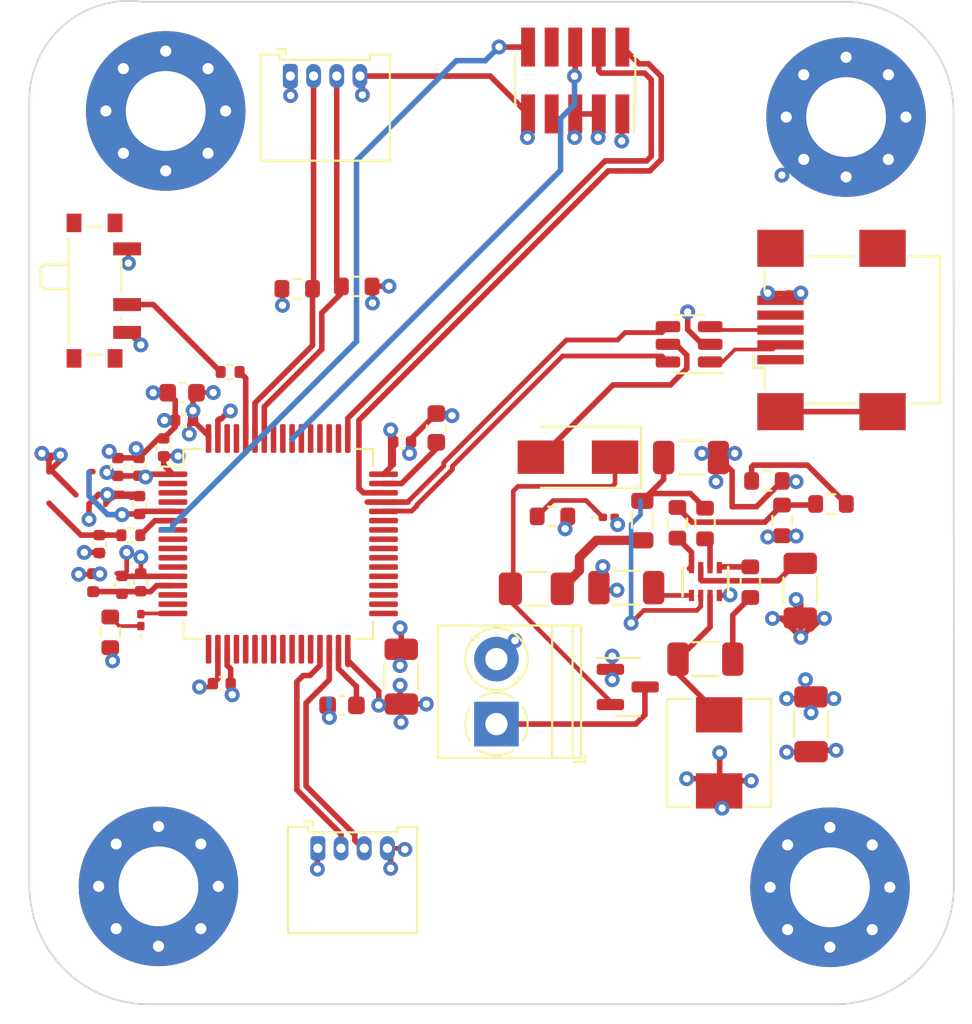
<source format=kicad_pcb>
(kicad_pcb (version 20211014) (generator pcbnew)
  (layers (0 "F.Cu" signal) (1 "In1.Cu" power) (2 "In2.Cu" power) (31 "B.Cu" signal) (34 "B.Paste" user) (35 "F.Paste" user) (36 "B.SilkS" user "B.Silkscreen") (37 "F.SilkS" user "F.Silkscreen") (38 "B.Mask" user) (39 "F.Mask" user) (44 "Edge.Cuts" user))
  (net 0 "")
  (net 1 "Net-(C1-Pad1)")
  (net 2 "GND")
  (net 3 "+3.3V")
  (net 4 "Net-(C3-Pad1)")
  (net 5 "BUCK_IN")
  (net 6 "Net-(C8-Pad1)")
  (net 7 "+3.3VA")
  (net 8 "Net-(FB1-Pad1)")
  (net 9 "HSE_IN")
  (net 10 "Net-(C15-Pad1)")
  (net 11 "Net-(C16-Pad1)")
  (net 12 "Net-(C17-Pad1)")
  (net 13 "BUCK_SW")
  (net 14 "Net-(D1-Pad1)")
  (net 15 "LED STATUS")
  (net 16 "Net-(D2-Pad1)")
  (net 17 "+5V")
  (net 18 "+12V")
  (net 19 "Net-(D3-Pad1)")
  (net 20 "USB_CONN_D-")
  (net 21 "USB_CONN_D+")
  (net 23 "unconnected-(J1-Pad6)")
  (net 24 "I2C1_SDA")
  (net 25 "I2C1_SCL")
  (net 26 "USART3_TX")
  (net 27 "USART3_RX")
  (net 28 "SWDIO")
  (net 29 "SWCLK")
  (net 30 "SW0")
  (net 33 "NRST")
  (net 34 "BUCK_EN")
  (net 35 "Net-(R5-Pad1)")
  (net 36 "B00T0")
  (net 37 "HSE_OUT")
  (net 38 "BUCK_BST")
  (net 39 "Net-(R10-Pad1)")
  (net 40 "Net-(R10-Pad2)")
  (net 41 "BUCK_FB")
  (net 72 "USB_D-")
  (net 73 "USB_D+")
  (footprint "Capacitor_SMD:C_0402_1005Metric" (layer "F.Cu") (at 119.17 88.14 180)
    (fp_text reference "C11" hide)
    (fp_text value "100n" hide)
  )
  (footprint "Capacitor_SMD:C_0402_1005Metric" (layer "F.Cu") (at 115.824 97 90)
    (fp_text reference "C12" hide)
    (fp_text value "1u" hide)
  )
  (footprint "Package_TO_SOT_SMD:SOT-23-6" (layer "F.Cu") (at 146.38 84.04 180)
    (fp_text reference "U3" hide)
    (fp_text value "USBLC6-2SC6" hide)
  )
  (footprint "LED_SMD:LED_0201_0603Metric" (layer "F.Cu") (at 116.84 98.897 90)
    (fp_text reference "D1" hide)
    (fp_text value "BLUE" hide)
  )
  (footprint "Diode_SMD:D_SMA" (layer "F.Cu") (at 140.39 90.12 180)
    (fp_text reference "D2" hide)
    (fp_text value "B140-E3" hide)
  )
  (footprint "Capacitor_SMD:C_0402_1005Metric" (layer "F.Cu") (at 114.6 94.8 -90)
    (fp_text reference "C16" hide)
    (fp_text value "12P" hide)
  )
  (footprint "Capacitor_SMD:C_1206_3216Metric" (layer "F.Cu") (at 147.26 101 180)
    (fp_text reference "C17" hide)
    (fp_text value "1uf" hide)
  )
  (footprint "Resistor_SMD:R_0603_1608Metric" (layer "F.Cu") (at 145.75 93.655 90)
    (fp_text reference "R12" hide)
    (fp_text value "20k" hide)
  )
  (footprint "Capacitor_SMD:C_1206_3216Metric" (layer "F.Cu") (at 152.37 97.315 -90)
    (fp_text reference "C15" hide)
    (fp_text value "6.9nf" hide)
  )
  (footprint "Capacitor_SMD:C_0402_1005Metric" (layer "F.Cu") (at 116.77 92.7 90)
    (fp_text reference "C14" hide)
    (fp_text value "12P" hide)
  )
  (footprint "Connector_USB:USB_Mini-B_Wuerth_65100516121_Horizontal" (layer "F.Cu") (at 153.905 83.27 90)
    (fp_text reference "J1" hide)
    (fp_text value "USB_B_Micro" hide)
  )
  (footprint "MountingHole:MountingHole_4.3mm_M4_Pad_Via" (layer "F.Cu") (at 154.84 71.8)
    (fp_text reference "H1" hide)
    (fp_text value "MountingHole_Pad" hide)
  )
  (footprint "Button_Switch_SMD:SW_SPDT_PCM12" (layer "F.Cu") (at 114.67 81.15 -90)
    (fp_text reference "SW1" hide)
    (fp_text value "SW_SPDT" hide)
  )
  (footprint "Connector_Molex:Molex_PicoBlade_53048-0410_1x04_P1.25mm_Horizontal" (layer "F.Cu") (at 126.375 111.19)
    (fp_text reference "J4" hide)
    (fp_text value "Conn_01x04" hide)
  )
  (footprint "footprints:SOT583_MP2331H" (layer "F.Cu") (at 147.26 96.82 90)
    (fp_text reference "U2" hide)
    (fp_text value "MP2331HGTL-Z" hide)
  )
  (footprint "Fuse:Fuse_1206_3216Metric" (layer "F.Cu") (at 138.15 97.21)
    (fp_text reference "F1" hide)
    (fp_text value "250ma" hide)
  )
  (footprint "Capacitor_SMD:C_1206_3216Metric" (layer "F.Cu") (at 142.995 97.15 180)
    (fp_text reference "C8" hide)
    (fp_text value "1nf" hide)
  )
  (footprint "Capacitor_SMD:C_0402_1005Metric" (layer "F.Cu") (at 121.2 102.32 180)
    (fp_text reference "C7" hide)
    (fp_text value "100n" hide)
  )
  (footprint "Capacitor_SMD:C_0402_1005Metric" (layer "F.Cu") (at 118.07 89.59 90)
    (fp_text reference "C4" hide)
    (fp_text value "100n" hide)
  )
  (footprint "Resistor_SMD:R_0402_1005Metric" (layer "F.Cu") (at 116.3 94.33 180)
    (fp_text reference "R7" hide)
    (fp_text value "47" hide)
  )
  (footprint "Resistor_SMD:R_0603_1608Metric" (layer "F.Cu") (at 150.575 91.4)
    (fp_text reference "R11" hide)
    (fp_text value "20k" hide)
  )
  (footprint "Inductor_SMD:L_0805_2012Metric" (layer "F.Cu") (at 143.86 93.5375 90)
    (fp_text reference "FB1" hide)
    (fp_text value "600@ 600MHZ" hide)
  )
  (footprint "MountingHole:MountingHole_4.3mm_M4_Pad_Via" (layer "F.Cu") (at 118.18 71.47)
    (fp_text reference "H4" hide)
    (fp_text value "MountingHole_Pad" hide)
  )
  (footprint "Resistor_SMD:R_0603_1608Metric" (layer "F.Cu") (at 125.265 81.05)
    (fp_text reference "R6" hide)
    (fp_text value "2K2" hide)
  )
  (footprint "Capacitor_SMD:C_1206_3216Metric" (layer "F.Cu") (at 130.87 101.945 90)
    (fp_text reference "C18" hide)
    (fp_text value "44u" hide)
  )
  (footprint "Inductor_SMD:L_Sunlord_MWSA05xxS" (layer "F.Cu") (at 148 106.05 -90)
    (fp_text reference "L2" hide)
    (fp_text value "10uh" hide)
  )
  (footprint "Capacitor_SMD:C_0402_1005Metric" (layer "F.Cu") (at 116.74 90.64 90)
    (fp_text reference "C6" hide)
    (fp_text value "100n" hide)
  )
  (footprint "Connector_Molex:Molex_PicoBlade_53048-0410_1x04_P1.25mm_Horizontal" (layer "F.Cu") (at 124.895 69.59)
    (fp_text reference "J3" hide)
    (fp_text value "Conn_01x04" hide)
  )
  (footprint "Capacitor_SMD:C_0603_1608Metric" (layer "F.Cu") (at 119.06 86.65 180)
    (fp_text reference "C2" hide)
    (fp_text value "4U7" hide)
  )
  (footprint "Resistor_SMD:R_0603_1608Metric" (layer "F.Cu") (at 147.24 93.695 90)
    (fp_text reference "R2" hide)
    (fp_text value "100k" hide)
  )
  (footprint "Capacitor_SMD:C_0603_1608Metric" (layer "F.Cu") (at 132.76 88.545 90)
    (fp_text reference "C3" hide)
    (fp_text value "2u2" hide)
  )
  (footprint "MountingHole:MountingHole_4.3mm_M4_Pad_Via" (layer "F.Cu") (at 153.97 113.29)
    (fp_text reference "H2" hide)
    (fp_text value "MountingHole_Pad" hide)
  )
  (footprint "Capacitor_SMD:C_0402_1005Metric" (layer "F.Cu") (at 116.83 96.86 90)
    (fp_text reference "C13" hide)
    (fp_text value "10n" hide)
  )
  (footprint "Capacitor_SMD:C_0603_1608Metric" (layer "F.Cu") (at 127.68 103.49 180)
    (fp_text reference "C1" hide)
    (fp_text value "2u2" hide)
  )
  (footprint "Resistor_SMD:R_0402_1005Metric" (layer "F.Cu") (at 121.65 85.53)
    (fp_text reference "R5" hide)
    (fp_text value "10k" hide)
  )
  (footprint "Capacitor_SMD:C_1206_3216Metric" (layer "F.Cu") (at 146.485 90.14)
    (fp_text reference "C5" hide)
    (fp_text value "10u" hide)
  )
  (footprint "Capacitor_SMD:C_0402_1005Metric" (layer "F.Cu") (at 130.92 89.3)
    (fp_text reference "C9" hide)
    (fp_text value "100n" hide)
  )
  (footprint "Package_TO_SOT_SMD:SOT-23" (layer "F.Cu") (at 143.0775 102.5)
    (fp_text reference "Q1" hide)
    (fp_text value "AO3401A" hide)
  )
  (footprint "Resistor_SMD:R_0603_1608Metric" (layer "F.Cu") (at 154.025 92.64)
    (fp_text reference "R10" hide)
    (fp_text value "40k" hide)
  )
  (footprint "Capacitor_SMD:C_1206_3216Metric" (layer "F.Cu") (at 152.95 104.51 90)
    (fp_text reference "C19" hide)
    (fp_text value "44u" hide)
  )
  (footprint "Resistor_SMD:R_0603_1608Metric" (layer "F.Cu") (at 139.02 93.31)
    (fp_text reference "R13" hide)
    (fp_text value "1K" hide)
  )
  (footprint "Package_QFP:LQFP-64_10x10mm_P0.5mm" (layer "F.Cu") (at 124.24 94.79)
    (fp_text reference "U1" hide)
    (fp_text value "STM32F405RGTx" hide)
  )
  (footprint "LED_SMD:LED_0201_0603Metric" (layer "F.Cu") (at 142.0525 93.36)
    (fp_text reference "D3" hide)
    (fp_text value "RED" hide)
  )
  (footprint "Resistor_SMD:R_0603_1608Metric" (layer "F.Cu") (at 151.385 93.525 90)
    (fp_text reference "R9" hide)
    (fp_text value "40k" hide)
  )
  (footprint "Inductor_SMD:L_0402_1005Metric" (layer "F.Cu") (at 114.27 96.88 -90)
    (fp_text reference "L1" hide)
    (fp_text value "39n" hide)
  )
  (footprint "Resistor_SMD:R_0603_1608Metric" (layer "F.Cu") (at 149.68 96.855 -90)
    (fp_text reference "R8" hide)
    (fp_text value "20" hide)
  )
  (footprint "Resistor_SMD:R_0603_1608Metric" (layer "F.Cu") (at 128.47 80.92 180)
    (fp_text reference "R4" hide)
    (fp_text value "2K2" hide)
  )
  (footprint "MountingHole:MountingHole_4.3mm_M4_Pad_Via" (layer "F.Cu") (at 117.79 113.24)
    (fp_text reference "H3" hide)
    (fp_text value "MountingHole_Pad" hide)
  )
  (footprint "TerminalBlock_Phoenix:TerminalBlock_Phoenix_PT-1,5-2-3.5-H_1x02_P3.50mm_Horizontal" (layer "F.Cu") (at 136 104.5 90)
    (fp_text reference "J2" hide)
    (fp_text value "Screw_Terminal_01x02" hide)
  )
  (footprint "Connector_PinSocket_1.27mm:PinSocket_2x05_P1.27mm_Vertical_SMD" (layer "F.Cu") (at 140.245 69.83 -90)
    (fp_text reference "J5" hide)
    (fp_text value "SWD" hide)
  )
  (footprint "Resistor_SMD:R_0603_1608Metric" (layer "F.Cu") (at 115.19 99.555 -90)
    (fp_text reference "R1" hide)
    (fp_text value "1K5" hide)
  )
  (footprint "Capacitor_SMD:C_0402_1005Metric" (layer "F.Cu") (at 115.6 90.65 90)
    (fp_text reference "C10" hide)
    (fp_text value "100n" hide)
  )
  (gr_arc (start 117.260085 119.590085) (mid 112.713328 117.706757) (end 110.83 113.16) (layer "Edge.Cuts") (width 0.1))
  (gr_line (start 118.26 65.589702) (end 154.84 65.589702) (layer "Edge.Cuts") (width 0.1))
  (gr_arc (start 160.650033 113.19) (mid 158.814286 117.676773) (end 154.36 119.59) (layer "Edge.Cuts") (width 0.1))
  (gr_line (start 118.26 65.589702) (end 116.9 65.589702) (layer "Edge.Cuts") (width 0.1))
  (gr_line (start 117.260085 119.590085) (end 118.340085 119.590085) (layer "Edge.Cuts") (width 0.1))
  (gr_line (start 154.36 119.59) (end 118.340085 119.590085) (layer "Edge.Cuts") (width 0.1))
  (gr_line (start 110.83 113.16) (end 110.829915 71) (layer "Edge.Cuts") (width 0.1))
  (gr_arc (start 154.84 65.589702) (mid 158.941314 67.36309) (end 160.63 71.5) (layer "Edge.Cuts") (width 0.1))
  (gr_arc (start 110.829915 71) (mid 112.623963 66.902516) (end 116.9 65.589702) (layer "Edge.Cuts") (width 0.1))
  (gr_line (start 160.63 71.5) (end 160.650033 113.19) (layer "Edge.Cuts") (width 0.1))
  (segment (start 128.455 103.49) (end 128.455 102.462106) (width 0.3) (layer "F.Cu") (net 1))
  (segment (start 128.455 102.462106) (end 128.432106 102.462106) (width 0.3) (layer "F.Cu") (net 1))
  (segment (start 128.432106 102.462106) (end 127.49 101.52) (width 0.3) (layer "F.Cu") (net 1))
  (segment (start 127.49 101.52) (end 127.49 100.465) (width 0.3) (layer "F.Cu") (net 1))
  (segment (start 115.6 90.17) (end 115.494923 90.17) (width 0.25) (layer "F.Cu") (net 2))
  (segment (start 115.316 101.092) (end 115.316 100.316) (width 0.3) (layer "F.Cu") (net 2))
  (segment (start 112.09 90.9) (end 113.338 92.148) (width 0.3) (layer "F.Cu") (net 2))
  (segment (start 152.4 98.044) (end 152.4 99.822) (width 0.3) (layer "F.Cu") (net 2))
  (segment (start 141.732 96.012) (end 141.732 96.938) (width 0.3) (layer "F.Cu") (net 2))
  (segment (start 111.89 90.3) (end 111.506 89.916) (width 0.3) (layer "F.Cu") (net 2))
  (segment (start 120.54 102.5) (end 120.72 102.32) (width 0.25) (layer "F.Cu") (net 2))
  (segment (start 140.245 71.63) (end 141.515 71.63) (width 0.3) (layer "F.Cu") (net 2))
  (segment (start 135.665 69.59) (end 137.705 71.63) (width 0.3) (layer "F.Cu") (net 2))
  (segment (start 121.598959 87.63) (end 121.666 87.63) (width 0.3) (layer "F.Cu") (net 2))
  (segment (start 131.002 111.19) (end 131.064 111.252) (width 0.25) (layer "F.Cu") (net 2))
  (segment (start 147.066 89.916) (end 147.736 89.916) (width 0.3) (layer "F.Cu") (net 2))
  (segment (start 112.5 90) (end 111.59 90) (width 0.25) (layer "F.Cu") (net 2))
  (segment (start 115 100.19) (end 115.19 100.38) (width 0.3) (layer "F.Cu") (net 2))
  (segment (start 118.69 88.49) (end 118.07 89.11) (width 0.3) (layer "F.Cu") (net 2))
  (segment (start 153.416 98.806) (end 152.4 99.822) (width 0.3) (layer "F.Cu") (net 2))
  (segment (start 155.305838 116.515) (end 156.250419 115.570419) (width 0.3) (layer "F.Cu") (net 2))
  (segment (start 121.065 88.065) (end 121.163959 88.065) (width 0.3) (layer "F.Cu") (net 2))
  (segment (start 130.81 100.53) (end 130.87 100.47) (width 0.3) (layer "F.Cu") (net 2))
  (segment (start 116.844162 68.245) (end 115.899581 69.189581) (width 0.3) (layer "F.Cu") (net 2))
  (segment (start 153.039 103.124) (end 152.95 103.035) (width 0.3) (layer "F.Cu") (net 2))
  (segment (start 152.4 98.82) (end 152.37 98.79) (width 0.3) (layer "F.Cu") (net 2))
  (segment (start 146.304 83.246107) (end 147.097893 84.04) (width 0.3) (layer "F.Cu") (net 2))
  (segment (start 153.97 110.065) (end 152.634162 110.065) (width 0.3) (layer "F.Cu") (net 2))
  (segment (start 114.955 72.805838) (end 115.899581 73.750419) (width 0.3) (layer "F.Cu") (net 2))
  (segment (start 152.146 97.79) (end 152.146 98.566) (width 0.3) (layer "F.Cu") (net 2))
  (segment (start 133.49 87.77) (end 133.604 87.884) (width 0.3) (layer "F.Cu") (net 2))
  (segment (start 141.652 97.282) (end 141.52 97.15) (width 0.25) (layer "F.Cu") (net 2))
  (segment (start 118.688 88.138) (end 118.69 88.14) (width 0.25) (layer "F.Cu") (net 2))
  (segment (start 115.389581 73.750419) (end 115.899581 73.750419) (width 0.3) (layer "F.Cu") (net 2))
  (segment (start 147.066 89.916) (end 148.844 89.916) (width 0.25) (layer "F.Cu") (net 2))
  (segment (start 147.828 90.272) (end 147.96 90.14) (width 0.25) (layer "F.Cu") (net 2))
  (segment (start 147.5175 84.04) (end 147.133249 84.04) (width 0.25) (layer "F.Cu") (net 2))
  (segment (start 115.494923 90.17) (end 115.133792 89.808869) (width 0.25) (layer "F.Cu") (net 2))
  (segment (start 115.54 96.38) (end 115.964 96.38) (width 0.25) (layer "F.Cu") (net 2))
  (segment (start 147.828 91.44) (end 147.828 90.272) (width 0.25) (layer "F.Cu") (net 2))
  (segment (start 115.029476 92.128261) (end 114.561739 92.128261) (width 0.3) (layer "F.Cu") (net 2))
  (segment (start 141.478 71.667) (end 141.515 71.63) (width 0.3) (layer "F.Cu") (net 2))
  (segment (start 142.494 97.282) (end 141.652 97.282) (width 0.25) (layer "F.Cu") (net 2))
  (segment (start 111.59 90) (end 111.506 89.916) (width 0.25) (layer "F.Cu") (net 2))
  (segment (start 140.208 71.667) (end 140.245 71.63) (width 0.3) (layer "F.Cu") (net 2))
  (segment (start 150.01 92.79) (end 151.4 91.4) (width 0.3) (layer "F.Cu") (net 2))
  (segment (start 142.24 101.65) (end 142.14 101.55) (width 0.3) (layer "F.Cu") (net 2))
  (segment (start 130.302 111.367) (end 130.125 111.19) (width 0.3) (layer "F.Cu") (net 2))
  (segment (start 139.7 93.98) (end 139.7 93.455) (width 0.3) (layer "F.Cu") (net 2))
  (segment (start 120.142 110.888) (end 117.79 113.24) (width 0.3) (layer "F.Cu") (net 2))
  (segment (start 118.11 88.138) (end 118.688 88.138) (width 0.25) (layer "F.Cu") (net 2))
  (segment (start 142.24 102.108) (end 142.24 101.65) (width 0.3) (layer "F.Cu") (net 2))
  (segment (start 114.046 92.644) (end 114.09 92.6) (width 0.3) (layer "F.Cu") (net 2))
  (segment (start 152.4 81.28) (end 151.695 81.28) (width 0.3) (layer "F.Cu") (net 2))
  (segment (start 118.69 87.055) (end 118.285 86.65) (width 0.3) (layer "F.Cu") (net 2))
  (segment (start 150.876 98.806) (end 152.354 98.806) (width 0.3) (layer "F.Cu") (net 2))
  (segment (start 120.99 88.14) (end 121.065 88.065) (width 0.3) (layer "F.Cu") (net 2))
  (segment (start 150.622 81.28) (end 150.915 81.28) (width 0.3) (layer "F.Cu") (net 2))
  (segment (start 141.52 97.15) (end 141.55 97.15) (width 0.3) (layer "F.Cu") (net 2))
  (segment (start 152.654 102.739) (end 152.95 103.035) (width 0.3) (layer "F.Cu") (net 2))
  (segment (start 114.6 95.28) (end 114.6 95.44) (width 0.3) (layer "F.Cu") (net 2))
  (segment (start 152.354 98.806) (end 152.37 98.79) (width 0.3) (layer "F.Cu") (net 2))
  (segment (start 146.304 82.296) (end 146.304 83.246106) (width 0.25) (layer "F.Cu") (net 2))
  (segment (start 153.67 98.806) (end 150.876 98.806) (width 0.3) (layer "F.Cu") (net 2))
  (segment (start 114.57 95.25) (end 114.6 95.28) (width 0.25) (layer "F.Cu") (net 2))
  (segment (start 148.844 89.916) (end 148.184 89.916) (width 0.3) (layer "F.Cu") (net 2))
  (segment (start 115.899581 70.525419) (end 114.955 71.47) (width 0.3) (layer "F.Cu") (net 2))
  (segment (start 152.634162 110.065) (end 151.689581 111.009581) (width 0.3) (layer "F.Cu") (net 2))
  (segment (start 128.778 70.612) (end 128.778 69.723) (width 0.3) (layer "F.Cu") (net 2))
  (segment (start 114.6 95.28) (end 114.790661 95.28) (width 0.3) (layer "F.Cu") (net 2))
  (segment (start 114.561739 92.128261) (end 114.09 92.6) (width 0.3) (layer "F.Cu") (net 2))
  (segment (start 118.18 68.245) (end 116.844162 68.245) (width 0.3) (layer "F.Cu") (net 2))
  (segment (start 131.4 89.834) (end 131.318 89.916) (width 0.3) (layer "F.Cu") (net 2))
  (segment (start 147.097893 84.04) (end 147.5175 84.04) (width 0.3) (layer "F.Cu") (net 2))
  (segment (start 151.384 74.93) (end 154.514 71.8) (width 0.25) (layer "F.Cu") (net 2))
  (segment (start 141.478 72.898) (end 141.478 71.667) (width 0.3) (layer "F.Cu") (net 2))
  (segment (start 148.59 97.536) (end 148.5567 97.5693) (width 0.3) (layer "F.Cu") (net 2))
  (segment (start 115.964 96.38) (end 116.078 96.266) (width 0.25) (layer "F.Cu") (net 2))
  (segment (start 148.184 89.916) (end 147.96 90.14) (width 0.3) (layer "F.Cu") (net 2))
  (segment (start 152.146 97.79) (end 152.4 98.044) (width 0.3) (layer "F.Cu") (net 2))
  (segment (start 116.586 89.662) (end 116.586 90.006) (width 0.25) (layer "F.Cu") (net 2))
  (segment (start 115.316 100.506) (end 115.19 100.38) (width 0.3) (layer "F.Cu") (net 2))
  (segment (start 142.24 101.45) (end 142.14 101.55) (width 0.3) (layer "F.Cu") (net 2))
  (segment (start 115.7 96.54) (end 118.565 96.54) (width 0.3) (layer "F.Cu") (net 2))
  (segment (start 116.844162 74.695) (end 115.899581 73.750419) (width 0.3) (layer "F.Cu") (net 2))
  (segment (start 147.133249 84.04) (end 146.304 83.210751) (width 0.25) (layer "F.Cu") (net 2))
  (segment (start 121.405 70.134162) (end 120.460419 69.189581) (width 0.3) (layer "F.Cu") (net 2))
  (segment (start 111.89 90.9) (end 111.89 90.3) (width 0.3) (layer "F.Cu") (net 2))
  (segment (start 151.689581 111.009581) (end 153.97 113.29) (width 0.3) (layer "F.Cu") (net 2))
  (segment (start 153.514 98.806) (end 153.67 98.806) (width 0.3) (layer "F.Cu") (net 2))
  (segment (start 116.078 96.266) (end 116.078 95.25) (width 0.25) (layer "F.Cu") (net 2))
  (segment (start 148.7 90.88) (end 147.96 90.14) (width 0.3) (layer "F.Cu") (net 2))
  (segment (start 118.18 74.695) (end 116.844162 74.695) (width 0.3) (layer "F.Cu") (net 2))
  (segment (start 146.304 83.246106) (end 146.844947 83.787053) (width 0.25) (layer "F.Cu") (net 2))
  (segment (start 137 100) (end 136 101) (width 0.3) (layer "F.Cu") (net 2))
  (segment (start 112.5 90) (end 112.5 90.29) (width 0.3) (layer "F.Cu") (net 2))
  (segment (start 153.67 98.806) (end 153.416 98.806) (width 0.3) (layer "F.Cu") (net 2))
  (segment (start 152.37 98.79) (end 152.95 99.37) (width 0.3) (layer "F.Cu") (net 2))
  (segment (start 116.84 96.37) (end 116.83 96.38) (width 0.25) (layer "F.Cu") (net 2))
  (segment (start 140.208 72.898) (end 140.208 71.667) (width 0.3) (layer "F.Cu") (net 2))
  (segment (start 118.69 88.14) (end 118.69 88.49) (width 0.3) (layer "F.Cu") (net 2))
  (segment (start 137.668 71.667) (end 137.705 71.63) (width 0.3) (layer "F.Cu") (net 2))
  (segment (start 152.146 91.44) (end 151.44 91.44) (width 0.25) (layer "F.Cu") (net 2))
  (segment (start 146.304 83.210751) (end 146.304 82.296) (width 0.25) (layer "F.Cu") (net 2))
  (segment (start 115.899581 69.189581) (end 115.899581 70.525419) (width 0.3) (layer "F.Cu") (net 2))
  (segment (start 118.18 74.695) (end 119.515838 74.695) (width 0.3) (layer "F.Cu") (net 2))
  (segment (start 112.5 90) (end 112.19 90) (width 0.3) (layer "F.Cu") (net 2))
  (segment (start 131.4 89.13) (end 132.76 87.77) (width 0.3) (layer "F.Cu") (net 2))
  (segment (start 152.654 102.108) (end 152.654 102.739) (width 0.3) (layer "F.Cu") (net 2))
  (segment (start 130.81 101.346) (end 130.81 100.53) (width 0.3) (layer "F.Cu") (net 2))
  (segment (start 151.695 81.28) (end 151.305 81.67) (width 0.3) (layer "F.Cu") (net 2))
  (segment (start 148.5567 97.5693) (end 148.010001 97.5693) (width 0.3) (layer "F.Cu") (net 2))
  (segment (start 131.4 89.3) (end 131.4 89.834) (width 0.3) (layer "F.Cu") (net 2))
  (segment (start 152.95 99.37) (end 153.514 98.806) (width 0.3) (layer "F.Cu") (net 2))
  (segment (start 152.4 99.822) (end 152.4 98.82) (width 0.3) (layer "F.Cu") (net 2))
  (segment (start 150.876 98.806) (end 151.384 98.806) (width 0.3) (layer "F.Cu") (net 2))
  (segment (start 115.121215 92.22) (end 115.029476 92.128261) (width 0.3) (layer "F.Cu") (net 2))
  (segment (start 121.405 71.47) (end 121.405 70.134162) (width 0.3) (layer "F.Cu") (net 2))
  (segment (start 112.5 90.29) (end 111.89 90.9) (width 0.3) (layer "F.Cu") (net 2))
  (segment (start 114.046 93.472) (end 114.046 92.644) (width 0.3) (layer "F.Cu") (net 2))
  (segment (start 116.74 90.16) (end 115.61 90.16) (width 0.3) (layer "F.Cu") (net 2))
  (segment (start 113.792 95.25) (end 114.57 95.25) (width 0.25) (layer "F.Cu") (net 2))
  (segment (start 130.81 99.314) (end 130.87 99.374) (width 0.3) (layer "F.Cu") (net 2))
  (segment (start 112.19 90) (end 111.89 90.3) (width 0.3) (layer "F.Cu") (net 2))
  (segment (start 116.84 95.504) (end 116.84 96.37) (width 0.25) (layer "F.Cu") (net 2))
  (segment (start 142.24 100.838) (end 142.24 101.45) (width 0.3) (layer "F.Cu") (net 2))
  (segment (start 146.304 82.296) (end 146.304 83.246107) (width 0.3) (layer "F.Cu") (net 2))
  (segment (start 118.07 89.11) (end 117.79 89.11) (width 0.3) (layer "F.Cu") (net 2))
  (segment (start 116.586 90.006) (end 116.74 90.16) (width 0.25) (layer "F.Cu") (net 2))
  (segment (start 115.61 90.16) (end 115.6 90.17) (width 0.3) (layer "F.Cu") (net 2))
  (segment (start 116.77 92.22) (end 115.121215 92.22) (width 0.3) (layer "F.Cu") (net 2))
  (segment (start 152.95 103.886) (end 152.95 103.035) (width 0.3) (layer "F.Cu") (net 2))
  (segment (start 152.861 103.124) (end 152.95 103.035) (width 0.3) (layer "F.Cu") (net 2))
  (segment (start 128.778 69.723) (end 128.645 69.59) (width 0.3) (layer "F.Cu") (net 2))
  (segment (start 119.515838 74.695) (end 120.460419 73.750419) (width 0.3) (layer "F.Cu") (net 2))
  (segment (start 131.4 89.3) (end 131.4 89.13) (width 0.3) (layer "F.Cu") (net 2))
  (segment (start 120.142 110.888) (end 120.070419 110.959581) (width 0.3) (layer "F.Cu") (net 2))
  (segment (start 118.285 86.65) (end 117.5 86.65) (width 0.3) (layer "F.Cu") (net 2))
  (segment (start 130.302 112.268) (end 130.302 111.367) (width 0.3) (layer "F.Cu") (net 2))
  (segment (start 126.905 103.49) (end 126.905 104.045) (width 0.3) (layer "F.Cu") (net 2))
  (segment (start 120.99 102.05) (end 120.99 100.465) (width 0.3) (layer "F.Cu") (net 2))
  (segment (start 148.7 92.79) (end 150.01 92.79) (width 0.3) (layer "F.Cu") (net 2))
  (segment (start 141.732 96.938) (end 141.52 97.15) (width 0.3) (layer "F.Cu") (net 2))
  (segment (start 150.622 81.28) (end 152.4 81.28) (width 0.25) (layer "F.Cu") (net 2))
  (segment (start 150.745 114.625838) (end 151.689581 115.570419) (width 0.3) (layer "F.Cu") (net 2))
  (segment (start 139.7 93.455) (end 139.845 93.31) (width 0.3) (layer "F.Cu") (net 2))
  (segment (start 130.125 111.19) (end 131.002 111.19) (width 0.25) (layer "F.Cu") (net 2))
  (segment (start 152.146 98.566) (end 152.37 98.79) (width 0.3) (layer "F.Cu") (net 2))
  (segment (start 153.97 116.515) (end 155.305838 116.515) (width 0.3) (layer "F.Cu") (net 2))
  (segment (start 121.163959 88.065) (end 121.598959 87.63) (width 0.3) (layer "F.Cu") (net 2))
  (segment (start 147.736 89.916) (end 147.96 90.14) (width 0.3) (layer "F.Cu") (net 2))
  (segment (start 137.668 72.898) (end 137.668 71.667) (width 0.3) (layer "F.Cu") (net 2))
  (segment (start 113.792 95.25) (end 114.76066 95.25) (width 0.3) (layer "F.Cu") (net 2))
  (segment (start 120.72 102.32) (end 120.99 102.05) (width 0.3) (layer "F.Cu") (net 2))
  (segment (start 150.915 81.28) (end 151.305 81.67) (width 0.3) (layer "F.Cu") (net 2))
  (segment (start 121.666 87.63) (end 121.412 87.63) (width 0.3) (layer "F.Cu") (net 2))
  (segment (start 120.99 89.115) (end 120.99 88.14) (width 0.3) (layer "F.Cu") (net 2))
  (segment (start 115.316 101.092) (end 115.316 100.506) (width 0.3) (layer "F.Cu") (net 2))
  (segment (start 151.638 103.124) (end 152.861 103.124) (width 0.3) (layer "F.Cu") (net 2))
  (segment (start 157.195 113.29) (end 157.195 114.625838) (width 0.3) (layer "F.Cu") (net 2))
  (segment (start 151.44 91.44) (end 151.4 91.4) (width 0.25) (layer "F.Cu") (net 2))
  (segment (start 116.1 83.4) (end 115.999999 83.500001) (width 0.3) (layer "F.Cu") (net 2))
  (segment (start 150.745 113.29) (end 150.745 114.625838) (width 0.3) (layer "F.Cu") (net 2))
  (segment (start 154.514 71.8) (end 154.84 71.8) (width 0.25) (layer "F.Cu") (net 2))
  (segment (start 118.69 88.14) (end 118.69 87.055) (width 0.3) (layer "F.Cu") (net 2))
  (segment (start 117.79 89.11) (end 116.74 90.16) (width 0.3) (layer "F.Cu") (net 2))
  (segment (start 116.166 83.4) (end 116.84 84.074) (width 0.25) (layer "F.Cu") (net 2))
  (segment (start 130.87 99.374) (end 130.87 100.47) (width 0.3) (layer "F.Cu") (net 2))
  (segment (start 126.905 104.045) (end 127 104.14) (width 0.3) (layer "F.Cu") (net 2))
  (segment (start 120 102.5) (end 120.54 102.5) (width 0.25) (layer "F.Cu") (net 2))
  (segment (start 151.384 98.806) (end 152.4 99.822) (width 0.3) (layer "F.Cu") (net 2))
  (segment (start 148.7 92.79) (end 148.7 90.88) (width 0.3) (layer "F.Cu") (net 2))
  (segment (start 128.645 69.59) (end 135.665 69.59) (width 0.3) (layer "F.Cu") (net 2))
  (segment (start 111.89 90.9) (end 112.09 90.9) (width 0.3) (layer "F.Cu") (net 2))
  (segment (start 114.955 71.47) (end 114.955 72.805838) (width 0.3) (layer "F.Cu") (net 2))
  (segment (start 154.178 103.124) (end 153.039 103.124) (width 0.3) (layer "F.Cu") (net 2))
  (segment (start 132.76 87.77) (end 133.49 87.77) (width 0.3) (layer "F.Cu") (net 2))
  (segment (start 116.1 83.4) (end 116.166 83.4) (width 0.25) (layer "F.Cu") (net 2))
  (segment (start 157.195 114.625838) (end 156.250419 115.570419) (width 0.3) (layer "F.Cu") (net 2))
  (via (at 137.668 72.898) (size 0.8) (drill 0.4) (layers "F.Cu" "B.Cu") (net 2))
  (via (at 148.844 89.916) (size 0.8) (drill 0.4) (layers "F.Cu" "B.Cu") (net 2))
  (via (at 148.59 97.536) (size 0.8) (drill 0.4) (layers "F.Cu" "B.Cu") (net 2))
  (via (at 133.604 87.884) (size 0.8) (drill 0.4) (layers "F.Cu" "B.Cu") (net 2))
  (via (at 131.318 89.916) (size 0.8) (drill 0.4) (layers "F.Cu" "B.Cu") (net 2))
  (via (at 141.478 72.898) (size 0.8) (drill 0.4) (layers "F.Cu" "B.Cu") (net 2))
  (via (at 131.064 111.252) (size 0.8) (drill 0.4) (layers "F.Cu" "B.Cu") (net 2))
  (via (at 152.4 81.28) (size 0.8) (drill 0.4) (layers "F.Cu" "B.Cu") (net 2))
  (via (at 150.622 81.28) (size 0.8) (drill 0.4) (layers "F.Cu" "B.Cu") (net 2))
  (via (at 139.7 93.98) (size 0.8) (drill 0.4) (layers "F.Cu" "B.Cu") (net 2))
  (via (at 116.586 89.662) (size 0.8) (drill 0.4) (layers "F.Cu" "B.Cu") (net 2))
  (via (at 115.316 101.092) (size 0.8) (drill 0.4) (layers "F.Cu" "B.Cu") (net 2))
  (via (at 118.11 88.138) (size 0.8) (drill 0.4) (layers "F.Cu" "B.Cu") (net 2))
  (via (at 117.5 86.65) (size 0.8) (drill 0.4) (layers "F.Cu" "B.Cu") (net 2))
  (via (at 154.178 103.124) (size 0.8) (drill 0.4) (layers "F.Cu" "B.Cu") (net 2))
  (via (at 146.304 82.296) (size 0.8) (drill 0.4) (layers "F.Cu" "B.Cu") (net 2))
  (via (at 147.066 89.916) (size 0.8) (drill 0.4) (layers "F.Cu" "B.Cu") (net 2))
  (via (at 127 104.14) (size 0.8) (drill 0.4) (layers "F.Cu" "B.Cu") (net 2))
  (via (at 151.384 74.93) (size 0.8) (drill 0.4) (layers "F.Cu" "B.Cu") (net 2))
  (via (at 130.302 112.268) (size 0.8) (drill 0.4) (layers "F.Cu" "B.Cu") (net 2))
  (via (at 116.84 84.074) (size 0.8) (drill 0.4) (layers "F.Cu" "B.Cu") (net 2))
  (via (at 130.81 101.346) (size 0.8) (drill 0.4) (layers "F.Cu" "B.Cu") (net 2))
  (via (at 142.24 102.108) (size 0.8) (drill 0.4) (layers "F.Cu" "B.Cu") (net 2))
  (via (at 115.029476 92.128261) (size 0.8) (drill 0.4) (layers "F.Cu" "B.Cu") (net 2))
  (via (at 130.81 99.314) (size 0.8) (drill 0.4) (layers "F.Cu" "B.Cu") (net 2))
  (via (at 150.876 98.806) (size 0.8) (drill 0.4) (layers "F.Cu" "B.Cu") (net 2))
  (via (at 112.5 90) (size 0.8) (drill 0.4) (layers "F.Cu" "B.Cu") (net 2))
  (via (at 137 100) (size 0.8) (drill 0.4) (layers "F.Cu" "B.Cu") (net 2))
  (via (at 121.666 87.63) (size 0.8) (drill 0.4) (layers "F.Cu" "B.Cu") (net 2))
  (via (at 141.732 96.012) (size 0.8) (drill 0.4) (layers "F.Cu" "B.Cu") (net 2))
  (via (at 151.638 103.124) (size 0.8) (drill 0.4) (layers "F.Cu" "B.Cu") (net 2))
  (via (at 152.95 103.886) (size 0.8) (drill 0.4) (layers "F.Cu" "B.Cu") (net 2))
  (via (at 152.4 99.822) (size 0.8) (drill 0.4) (layers "F.Cu" "B.Cu") (net 2))
  (via (at 152.654 102.108) (size 0.8) (drill 0.4) (layers "F.Cu" "B.Cu") (net 2))
  (via (at 153.67 98.806) (size 0.8) (drill 0.4) (layers "F.Cu" "B.Cu") (net 2))
  (via (at 147.828 91.44) (size 0.8) (drill 0.4) (layers "F.Cu" "B.Cu") (net 2))
  (via (at 140.208 72.898) (size 0.8) (drill 0.4) (layers "F.Cu" "B.Cu") (net 2))
  (via (at 111.506 89.916) (size 0.8) (drill 0.4) (layers "F.Cu" "B.Cu") (net 2))
  (via (at 120 102.5) (size 0.8) (drill 0.4) (layers "F.Cu" "B.Cu") (net 2))
  (via (at 152.146 91.44) (size 0.8) (drill 0.4) (layers "F.Cu" "B.Cu") (net 2))
  (via (at 114.046 93.472) (size 0.8) (drill 0.4) (layers "F.Cu" "B.Cu") (net 2))
  (via (at 152.146 97.79) (size 0.8) (drill 0.4) (layers "F.Cu" "B.Cu") (net 2))
  (via (at 113.792 95.25) (size 0.8) (drill 0.4) (layers "F.Cu" "B.Cu") (net 2))
  (via (at 116.078 95.25) (size 0.8) (drill 0.4) (layers "F.Cu" "B.Cu") (net 2))
  (via (at 115.133792 89.808869) (size 0.8) (drill 0.4) (layers "F.Cu" "B.Cu") (net 2))
  (via (at 116.84 95.504) (size 0.8) (drill 0.4) (layers "F.Cu" "B.Cu") (net 2))
  (via (at 128.778 70.612) (size 0.8) (drill 0.4) (layers "F.Cu" "B.Cu") (net 2))
  (via (at 142.24 100.838) (size 0.8) (drill 0.4) (layers "F.Cu" "B.Cu") (net 2))
  (via (at 142.494 97.282) (size 0.8) (drill 0.4) (layers "F.Cu" "B.Cu") (net 2))
  (segment (start 126.98 103.15) (end 126.98 103.58) (width 0.3) (layer "B.Cu") (net 2))
  (segment (start 130.44 88.784) (end 130.44 89.3) (width 0.3) (layer "F.Cu") (net 3))
  (segment (start 149.73 107.55) (end 148.07 107.55) (width 0.3) (layer "F.Cu") (net 3))
  (segment (start 130.302 90.653) (end 129.915 91.04) (width 0.3) (layer "F.Cu") (net 3))
  (segment (start 118.565 91.04) (end 116.82 91.04) (width 0.3) (layer "F.Cu") (net 3))
  (segment (start 151.315 94.42) (end 151.385 94.35) (width 0.25) (layer "F.Cu") (net 3))
  (segment (start 124.91 70.64) (end 124.91 69.605) (width 0.3) (layer "F.Cu") (net 3))
  (segment (start 130.44 90.515) (end 129.915 91.04) (width 0.3) (layer "F.Cu") (net 3))
  (segment (start 130.87 103.42) (end 130.12 103.42) (width 0.3) (layer "F.Cu") (net 3))
  (segment (start 119.845 86.64) (end 119.835 86.65) (width 0.25) (layer "F.Cu") (net 3))
  (segment (start 119.65 87.614) (end 119.65 88.14) (width 0.25) (layer "F.Cu") (net 3))
  (segment (start 130.21 80.91) (end 129.305 80.91) (width 0.3) (layer "F.Cu") (net 3))
  (segment (start 130.86 104.4) (end 130.86 103.43) (width 0.25) (layer "F.Cu") (net 3))
  (segment (start 130.302 88.646) (end 130.44 88.784) (width 0.3) (layer "F.Cu") (net 3))
  (segment (start 114.285 96.41) (end 114.27 96.395) (width 0.25) (layer "F.Cu") (net 3))
  (segment (start 129.66 102.736) (end 129.66 103.48) (width 0.3) (layer "F.Cu") (net 3))
  (segment (start 130.302 88.646) (end 130.302 90.653) (width 0.3) (layer "F.Cu") (net 3))
  (segment (start 115.008226 90.943692) (end 115.194534 91.13) (width 0.3) (layer "F.Cu") (net 3))
  (segment (start 153.025 105.91) (end 152.95 105.985) (width 0.3) (layer "F.Cu") (net 3))
  (segment (start 116.806 91.186) (end 116.74 91.12) (width 0.3) (layer "F.Cu") (net 3))
  (segment (start 130.81 102.41) (end 130.81 103.36) (width 0.3) (layer "F.Cu") (net 3))
  (segment (start 115.6 91.13) (end 116.73 91.13) (width 0.3) (layer "F.Cu") (net 3))
  (segment (start 142.75 71.665) (end 142.785 71.63) (width 0.3) (layer "F.Cu") (net 3))
  (segment (start 154.3 105.91) (end 153.025 105.91) (width 0.3) (layer "F.Cu") (net 3))
  (segment (start 148.03 106.05) (end 148.03 107.59) (width 0.3) (layer "F.Cu") (net 3))
  (segment (start 152.925 106.01) (end 152.95 105.985) (width 0.3) (layer "F.Cu") (net 3))
  (segment (start 118.07 90.07) (end 118.07 90.545) (width 0.3) (layer "F.Cu") (net 3))
  (segment (start 119.45 88.34) (end 119.65 88.14) (width 0.25) (layer "F.Cu") (net 3))
  (segment (start 127.99 101.29) (end 127.99 100.465) (width 0.3) (layer "F.Cu") (net 3))
  (segment (start 148.16 109.03) (end 148.16 107.76) (width 0.3) (layer "F.Cu") (net 3))
  (segment (start 117.094 91.186) (end 116.806 91.186) (width 0.3) (layer "F.Cu") (net 3))
  (segment (start 124.47 81.08) (end 124.44 81.05) (width 0.3) (layer "F.Cu") (net 3))
  (segment (start 148.16 107.76) (end 148.01 107.61) (width 0.3) (layer "F.Cu") (net 3))
  (segment (start 152.146 94.37) (end 151.405 94.37) (width 0.3) (layer "F.Cu") (net 3))
  (segment (start 152.146 94.37) (end 150.672 94.37) (width 0.25) (layer "F.Cu") (net 3))
  (segment (start 130.81 103.48) (end 130.87 103.42) (width 0.25) (layer "F.Cu") (net 3))
  (segment (start 150.672 94.37) (end 150.622 94.42) (width 0.25) (layer "F.Cu") (net 3))
  (segment (start 119.65 88.14) (end 119.65 86.835) (width 0.3) (layer "F.Cu") (net 3))
  (segment (start 116.73 91.13) (end 116.74 91.12) (width 0.3) (layer "F.Cu") (net 3))
  (segment (start 120.74 86.64) (end 119.845 86.64) (width 0.25) (layer "F.Cu") (net 3))
  (segment (start 146.25 107.44) (end 147.84 107.44) (width 0.3) (layer "F.Cu") (net 3))
  (segment (start 120.49 89.115) (end 120.49 88.98) (width 0.3) (layer "F.Cu") (net 3))
  (segment (start 121.49 101.341041) (end 121.49 100.465) (width 0.3) (layer "F.Cu") (net 3))
  (segment (start 114.235 96.43) (end 114.27 96.395) (width 0.25) (layer "F.Cu") (net 3))
  (segment (start 119.65 86.835) (end 119.835 86.65) (width 0.3) (layer "F.Cu") (net 3))
  (segment (start 118.85 90.06) (end 118.08 90.06) (width 0.25) (layer "F.Cu") (net 3))
  (segment (start 118.07 90.545) (end 118.565 91.04) (width 0.3) (layer "F.Cu") (net 3))
  (segment (start 142.5315 93.519) (end 142.3725 93.36) (width 0.25) (layer "F.Cu") (net 3))
  (segment (start 148.07 107.55) (end 148.01 107.61) (width 0.3) (layer "F.Cu") (net 3))
  (segment (start 121.68 102.32) (end 121.68 102.84) (width 0.3) (layer "F.Cu") (net 3))
  (segment (start 130.86 103.43) (end 130.87 103.42) (width 0.25) (layer "F.Cu") (net 3))
  (segment (start 116.17 78.97) (end 116.1 78.9) (width 0.25) (layer "F.Cu") (net 3))
  (segment (start 121.68 102.32) (end 121.68 101.531041) (width 0.3) (layer "F.Cu") (net 3))
  (segment (start 130.81 103.36) (end 130.87 103.42) (width 0.3) (layer "F.Cu") (net 3))
  (segment (start 142.75 73.09) (end 142.75 71.665) (width 0.3) (layer "F.Cu") (net 3))
  (segment (start 121.68 102.84) (end 121.76 102.92) (width 0.3) (layer "F.Cu") (net 3))
  (segment (start 127.99 101.066) (end 129.66 102.736) (width 0.3) (layer "F.Cu") (net 3))
  (segment (start 130.44 89.3) (end 130.44 90.515) (width 0.3) (layer "F.Cu") (net 3))
  (segment (start 129.305 80.91) (end 129.295 80.92) (width 0.3) (layer "F.Cu") (net 3))
  (segment (start 151.64 106.01) (end 152.925 106.01) (width 0.3) (layer "F.Cu") (net 3))
  (segment (start 115.194534 91.13) (end 115.6 91.13) (width 0.3) (layer "F.Cu") (net 3))
  (segment (start 142.785 72.325) (end 142.785 71.63) (width 0.3) (layer "F.Cu") (net 3))
  (segment (start 150.622 94.42) (end 151.315 94.42) (width 0.25) (layer "F.Cu") (net 3))
  (segment (start 129.32 81.82) (end 129.32 80.945) (width 0.3) (layer "F.Cu") (net 3))
  (segment (start 121.68 101.531041) (end 121.49 101.341041) (width 0.3) (layer "F.Cu") (net 3))
  (segment (start 126.35 112.31) (end 126.35 111.215) (width 0.3) (layer "F.Cu") (net 3))
  (segment (start 114.6305 96.41) (end 114.285 96.41) (width 0.25) (layer "F.Cu") (net 3))
  (segment (start 127.99 100.465) (end 127.99 101.066) (width 0.3) (layer "F.Cu") (net 3))
  (segment (start 129.66 103.48) (end 130.81 103.48) (width 0.25) (layer "F.Cu") (net 3))
  (segment (start 126.35 111.215) (end 126.375 111.19) (width 0.3) (layer "F.Cu") (net 3))
  (segment (start 116.82 91.04) (end 116.74 91.12) (width 0.3) (layer "F.Cu") (net 3))
  (segment (start 148.03 107.59) (end 148.01 107.61) (width 0.3) (layer "F.Cu") (net 3))
  (segment (start 129.32 80.945) (end 129.295 80.92) (width 0.3) (layer "F.Cu") (net 3))
  (segment (start 119.45 88.87) (end 119.45 88.34) (width 0.25) (layer "F.Cu") (net 3))
  (segment (start 116.17 79.67) (end 116.17 78.97) (width 0.25) (layer "F.Cu") (net 3))
  (segment (start 120.49 88.98) (end 119.65 88.14) (width 0.3) (layer "F.Cu") (net 3))
  (segment (start 132.22 103.42) (end 130.87 103.42) (width 0.3) (layer "F.Cu") (net 3))
  (segment (start 118.07 90.07) (end 118.112965 90.07) (width 0.3) (layer "F.Cu") (net 3))
  (segment (start 147.84 107.44) (end 148.01 107.61) (width 0.3) (layer "F.Cu") (net 3))
  (segment (start 116.71 91.09) (end 116.74 91.12) (width 0.3) (layer "F.Cu") (net 3))
  (segment (start 116.74 91.12) (end 116.842965 91.12) (width 0.3) (layer "F.Cu") (net 3))
  (segment (start 113.49 96.43) (end 114.235 96.43) (width 0.25) (layer "F.Cu") (net 3))
  (segment (start 151.405 94.37) (end 151.385 94.35) (width 0.3) (layer "F.Cu") (net 3))
  (segment (start 142.5315 93.7505) (end 142.5315 93.519) (width 0.25) (layer "F.Cu") (net 3))
  (segment (start 124.47 81.94) (end 124.47 81.08) (width 0.3) (layer "F.Cu") (net 3))
  (segment (start 124.91 69.605) (end 124.895 69.59) (width 0.3) (layer "F.Cu") (net 3))
  (segment (start 118.08 90.06) (end 118.07 90.07) (width 0.25) (layer "F.Cu") (net 3))
  (via (at 124.91 70.64) (size 0.8) (drill 0.4) (layers "F.Cu" "B.Cu") (net 3))
  (via (at 121.76 102.92) (size 0.8) (drill 0.4) (layers "F.Cu" "B.Cu") (net 3))
  (via (at 119.65 87.614) (size 0.8) (drill 0.4) (layers "F.Cu" "B.Cu") (net 3))
  (via (at 117.094 91.186) (size 0.8) (drill 0.4) (layers "F.Cu" "B.Cu") (net 3))
  (via (at 130.86 104.4) (size 0.8) (drill 0.4) (layers "F.Cu" "B.Cu") (net 3))
  (via (at 120.74 86.64) (size 0.8) (drill 0.4) (layers "F.Cu" "B.Cu") (net 3))
  (via (at 142.75 73.09) (size 0.8) (drill 0.4) (layers "F.Cu" "B.Cu") (net 3))
  (via (at 126.35 112.31) (size 0.8) (drill 0.4) (layers "F.Cu" "B.Cu") (net 3))
  (via (at 132.22 103.42) (size 0.8) (drill 0.4) (layers "F.Cu" "B.Cu") (net 3))
  (via (at 130.302 88.646) (size 0.8) (drill 0.4) (layers "F.Cu" "B.Cu") (net 3))
  (via (at 142.5315 93.7505) (size 0.8) (drill 0.4) (layers "F.Cu" "B.Cu") (net 3))
  (via (at 130.21 80.91) (size 0.8) (drill 0.4) (layers "F.Cu" "B.Cu") (net 3))
  (via (at 129.66 103.48) (size 0.8) (drill 0.4) (layers "F.Cu" "B.Cu") (net 3))
  (via (at 151.64 106.01) (size 0.8) (drill 0.4) (layers "F.Cu" "B.Cu") (net 3))
  (via (at 113.49 96.43) (size 0.8) (drill 0.4) (layers "F.Cu" "B.Cu") (net 3))
  (via (at 149.73 107.55) (size 0.8) (drill 0.4) (layers "F.Cu" "B.Cu") (net 3))
  (via (at 129.32 81.82) (size 0.8) (drill 0.4) (layers "F.Cu" "B.Cu") (net 3))
  (via (at 154.3 105.91) (size 0.8) (drill 0.4) (layers "F.Cu" "B.Cu") (net 3))
  (via (at 114.6305 96.41) (size 0.8) (drill 0.4) (layers "F.Cu" "B.Cu") (net 3))
  (via (at 121.76 102.92) (size 0.8) (drill 0.4) (layers "F.Cu" "B.Cu") (net 3))
  (via (at 146.25 107.44) (size 0.8) (drill 0.4) (layers "F.Cu" "B.Cu") (net 3))
  (via (at 124.47 81.94) (size 0.8) (drill 0.4) (layers "F.Cu" "B.Cu") (net 3))
  (via (at 115.008226 90.943692) (size 0.8) (drill 0.4) (layers "F.Cu" "B.Cu") (net 3))
  (via (at 148.03 106.05) (size 0.8) (drill 0.4) (layers "F.Cu" "B.Cu") (net 3))
  (via (at 130.81 102.41) (size 0.8) (drill 0.4) (layers "F.Cu" "B.Cu") (net 3))
  (via (at 119.45 88.87) (size 0.8) (drill 0.4) (layers "F.Cu" "B.Cu") (net 3))
  (via (at 118.85 90.06) (size 0.8) (drill 0.4) (layers "F.Cu" "B.Cu") (net 3))
  (via (at 148.16 109.03) (size 0.8) (drill 0.4) (layers "F.Cu" "B.Cu") (net 3))
  (via (at 152.146 94.37) (size 0.8) (drill 0.4) (layers "F.Cu" "B.Cu") (net 3))
  (via (at 150.622 94.42) (size 0.8) (drill 0.4) (layers "F.Cu" "B.Cu") (net 3))
  (via (at 116.17 79.67) (size 0.8) (drill 0.4) (layers "F.Cu" "B.Cu") (net 3))
  (segment (start 130.89 91.54) (end 129.915 91.54) (width 0.3) (layer "F.Cu") (net 4))
  (segment (start 132.76 89.67) (end 130.89 91.54) (width 0.3) (layer "F.Cu") (net 4))
  (segment (start 132.76 89.32) (end 132.76 89.67) (width 0.3) (layer "F.Cu") (net 4))
  (segment (start 147.01 97.5693) (end 146.974699 97.604601) (width 0.25) (layer "F.Cu") (net 5))
  (segment (start 145.01 90.14) (end 145.01 91.325) (width 0.3) (layer "F.Cu") (net 5))
  (segment (start 147.24 92.87) (end 146.45 92.08) (width 0.3) (layer "F.Cu") (net 5))
  (segment (start 145.01 91.325) (end 143.86 92.475) (width 0.3) (layer "F.Cu") (net 5))
  (segment (start 147.01 98.163799) (end 146.798799 98.375) (width 0.25) (layer "F.Cu") (net 5))
  (segment (start 144.255 92.08) (end 143.86 92.475) (width 0.3) (layer "F.Cu") (net 5))
  (segment (start 146.798799 98.375) (end 143.941 98.375) (width 0.25) (layer "F.Cu") (net 5))
  (segment (start 143.941 98.375) (end 143.256 99.06) (width 0.25) (layer "F.Cu") (net 5))
  (segment (start 146.45 92.08) (end 144.255 92.08) (width 0.3) (layer "F.Cu") (net 5))
  (segment (start 147.01 97.5693) (end 147.01 98.163799) (width 0.25) (layer "F.Cu") (net 5))
  (via (at 143.256 99.06) (size 0.8) (drill 0.4) (layers "F.Cu" "B.Cu") (net 5))
  (segment (start 143.256 99.06) (end 143.256 93.736485) (width 0.25) (layer "B.Cu") (net 5))
  (segment (start 143.256 93.736485) (end 143.764 93.228485) (width 0.25) (layer "B.Cu") (net 5))
  (segment (start 143.764 93.228485) (end 143.764 92.456) (width 0.25) (layer "B.Cu") (net 5))
  (segment (start 146.509999 97.5693) (end 144.8893 97.5693) (width 0.25) (layer "F.Cu") (net 6))
  (segment (start 144.8893 97.5693) (end 144.47 97.15) (width 0.25) (layer "F.Cu") (net 6))
  (segment (start 114.27 97.365) (end 117.363959 97.365) (width 0.3) (layer "F.Cu") (net 7))
  (segment (start 117.363959 97.365) (end 117.688959 97.04) (width 0.3) (layer "F.Cu") (net 7))
  (segment (start 117.688959 97.04) (end 118.565 97.04) (width 0.3) (layer "F.Cu") (net 7))
  (segment (start 141.39 94.6) (end 143.86 94.6) (width 0.5) (layer "F.Cu") (net 8))
  (segment (start 140.47 96.235051) (end 140.47 95.52) (width 0.5) (layer "F.Cu") (net 8))
  (segment (start 140.47 95.52) (end 141.39 94.6) (width 0.5) (layer "F.Cu") (net 8))
  (segment (start 139.55 97.155051) (end 140.47 96.235051) (width 0.5) (layer "F.Cu") (net 8))
  (segment (start 139.55 97.21) (end 139.55 97.155051) (width 0.5) (layer "F.Cu") (net 8))
  (segment (start 114.09 90.9) (end 114.26 90.9) (width 0.3) (layer "F.Cu") (net 9))
  (segment (start 116.77 93.18) (end 115.862 93.18) (width 0.3) (layer "F.Cu") (net 9))
  (segment (start 116.91 93.04) (end 116.77 93.18) (width 0.3) (layer "F.Cu") (net 9))
  (segment (start 115.862 93.18) (end 115.824 93.218) (width 0.3) (layer "F.Cu") (net 9))
  (segment (start 118.565 93.04) (end 116.91 93.04) (width 0.3) (layer "F.Cu") (net 9))
  (via (at 115.824 93.218) (size 0.8) (drill 0.4) (layers "F.Cu" "B.Cu") (net 9))
  (segment (start 115.058554 93.218) (end 114.046 92.205446) (width 0.3) (layer "B.Cu") (net 9))
  (segment (start 114.046 92.205446) (end 114.046 90.932) (width 0.3) (layer "B.Cu") (net 9))
  (segment (start 115.824 93.218) (end 115.058554 93.218) (width 0.3) (layer "B.Cu") (net 9))
  (segment (start 152.15 95.75) (end 152.28 95.62) (width 0.3) (layer "F.Cu") (net 10))
  (segment (start 152.15 95.81) (end 152.15 95.75) (width 0.3) (layer "F.Cu") (net 10))
  (segment (start 147.01 96.7152) (end 147.0748 96.78) (width 0.3) (layer "F.Cu") (net 10))
  (segment (start 151.18 96.78) (end 152.15 95.81) (width 0.3) (layer "F.Cu") (net 10))
  (segment (start 147.0748 96.78) (end 151.18 96.78) (width 0.3) (layer "F.Cu") (net 10))
  (segment (start 147.01 96.0707) (end 147.01 96.7152) (width 0.3) (layer "F.Cu") (net 10))
  (segment (start 113.61 94.32) (end 115.08 94.32) (width 0.3) (layer "F.Cu") (net 11))
  (segment (start 115.08 94.32) (end 115.78 94.32) (width 0.3) (layer "F.Cu") (net 11))
  (segment (start 111.89 92.6) (end 113.61 94.32) (width 0.3) (layer "F.Cu") (net 11))
  (segment (start 115.78 94.32) (end 115.79 94.33) (width 0.3) (layer "F.Cu") (net 11))
  (segment (start 114.6 94.32) (end 115.08 94.32) (width 0.3) (layer "F.Cu") (net 11))
  (segment (start 149.68 97.68) (end 148.735 98.625) (width 0.3) (layer "F.Cu") (net 12))
  (segment (start 148.735 98.625) (end 148.735 101) (width 0.3) (layer "F.Cu") (net 12))
  (segment (start 145.785 101.785) (end 145.785 101) (width 0.3) (layer "F.Cu") (net 13))
  (segment (start 148.01 103.51) (end 147.28 103.51) (width 0.3) (layer "F.Cu") (net 13))
  (segment (start 148 104) (end 145.785 101.785) (width 0.3) (layer "F.Cu") (net 13))
  (segment (start 147.51 97.5693) (end 147.51 99.275) (width 0.3) (layer "F.Cu") (net 13))
  (segment (start 147.51 99.275) (end 145.785 101) (width 0.3) (layer "F.Cu") (net 13))
  (segment (start 115.677 99.217) (end 116.84 99.217) (width 0.2) (layer "F.Cu") (net 14))
  (segment (start 115.677 99.217) (end 115.19 98.73) (width 0.2) (layer "F.Cu") (net 14))
  (segment (start 116.94 98.54) (end 118.565 98.54) (width 0.2) (layer "F.Cu") (net 15))
  (segment (start 142.14 103.278) (end 136.75 97.888) (width 0.25) (layer "F.Cu") (net 16))
  (segment (start 142.24 91.694) (end 142.39 91.544) (width 0.25) (layer "F.Cu") (net 16))
  (segment (start 136.75 97.21) (end 136.906 97.054) (width 0.25) (layer "F.Cu") (net 16))
  (segment (start 142.39 91.544) (end 142.39 90.12) (width 0.25) (layer "F.Cu") (net 16))
  (segment (start 136.906 97.054) (end 136.906 91.948) (width 0.25) (layer "F.Cu") (net 16))
  (segment (start 136.906 91.948) (end 137.16 91.694) (width 0.25) (layer "F.Cu") (net 16))
  (segment (start 136.75 97.888) (end 136.75 97.21) (width 0.25) (layer "F.Cu") (net 16))
  (segment (start 137.16 91.694) (end 142.24 91.694) (width 0.25) (layer "F.Cu") (net 16))
  (segment (start 142.14 103.45) (end 142.14 103.278) (width 0.25) (layer "F.Cu") (net 16))
  (segment (start 142.28 86.23) (end 145.372107 86.23) (width 0.3) (layer "F.Cu") (net 17))
  (segment (start 145.372107 86.23) (end 146.255 85.347107) (width 0.3) (layer "F.Cu") (net 17))
  (segment (start 145.67 84.04) (end 145.2425 84.04) (width 0.3) (layer "F.Cu") (net 17))
  (segment (start 138.39 90.12) (end 142.28 86.23) (width 0.3) (layer "F.Cu") (net 17))
  (segment (start 146.255 84.625) (end 145.67 84.04) (width 0.3) (layer "F.Cu") (net 17))
  (segment (start 146.255 85.347107) (end 146.255 84.625) (width 0.3) (layer "F.Cu") (net 17))
  (segment (start 144.015 102.5) (end 144 102.515) (width 0.3) (layer "F.Cu") (net 18))
  (segment (start 144.04 102.525) (end 144.015 102.5) (width 0.3) (layer "F.Cu") (net 18))
  (segment (start 144 102.515) (end 144 104) (width 0.3) (layer "F.Cu") (net 18))
  (segment (start 144 104) (end 143.5 104.5) (width 0.3) (layer "F.Cu") (net 18))
  (segment (start 143.5 104.5) (end 136 104.5) (width 0.3) (layer "F.Cu") (net 18))
  (segment (start 139.049 92.456) (end 138.195 93.31) (width 0.25) (layer "F.Cu") (net 19))
  (segment (start 141.7325 93.36) (end 140.8285 92.456) (width 0.25) (layer "F.Cu") (net 19))
  (segment (start 140.8285 92.456) (end 139.049 92.456) (width 0.25) (layer "F.Cu") (net 19))
  (segment (start 148.183395 84.99) (end 147.5175 84.99) (width 0.2) (layer "F.Cu") (net 20))
  (segment (start 148.853395 84.32) (end 148.183395 84.99) (width 0.2) (layer "F.Cu") (net 20))
  (segment (start 151.141397 84.07) (end 150.891397 84.32) (width 0.2) (layer "F.Cu") (net 20))
  (segment (start 151.305 84.07) (end 151.141397 84.07) (width 0.2) (layer "F.Cu") (net 20))
  (segment (start 151.305 84.07) (end 151.161637 84.07) (width 0.261112) (layer "F.Cu") (net 20))
  (segment (start 150.891397 84.32) (end 148.853395 84.32) (width 0.2) (layer "F.Cu") (net 20))
  (segment (start 151.305 83.27) (end 147.6975 83.27) (width 0.2) (layer "F.Cu") (net 21))
  (segment (start 147.6975 83.27) (end 147.5175 83.09) (width 0.2) (layer "F.Cu") (net 21))
  (segment (start 151.305 87.67) (end 156.805 87.67) (width 0.3) (layer "F.Cu") (net 23))
  (segment (start 126.09 81.05) (end 126.09 84.1) (width 0.3) (layer "F.Cu") (net 24))
  (segment (start 126.09 84.1) (end 122.99 87.2) (width 0.3) (layer "F.Cu") (net 24))
  (segment (start 122.99 87.2) (end 122.99 89.115) (width 0.3) (layer "F.Cu") (net 24))
  (segment (start 126.145 69.59) (end 126.145 80.995) (width 0.3) (layer "F.Cu") (net 24))
  (segment (start 126.145 80.995) (end 126.09 81.05) (width 0.3) (layer "F.Cu") (net 24))
  (segment (start 127.645 81.295) (end 126.59 82.35) (width 0.3) (layer "F.Cu") (net 25))
  (segment (start 127.645 80.92) (end 127.645 81.295) (width 0.3) (layer "F.Cu") (net 25))
  (segment (start 127.645 80.92) (end 127.395 80.67) (width 0.3) (layer "F.Cu") (net 25))
  (segment (start 123.49 87.407106) (end 123.49 89.115) (width 0.3) (layer "F.Cu") (net 25))
  (segment (start 126.59 84.307106) (end 123.49 87.407106) (width 0.3) (layer "F.Cu") (net 25))
  (segment (start 127.395 80.67) (end 127.395 69.59) (width 0.3) (layer "F.Cu") (net 25))
  (segment (start 126.59 82.35) (end 126.59 84.307106) (width 0.3) (layer "F.Cu") (net 25))
  (segment (start 126.49 101.341041) (end 125.946041 101.885) (width 0.3) (layer "F.Cu") (net 26))
  (segment (start 125.245 108.045) (end 127.625 110.425) (width 0.3) (layer "F.Cu") (net 26))
  (segment (start 126.49 100.465) (end 126.49 101.341041) (width 0.3) (layer "F.Cu") (net 26))
  (segment (start 127.625 110.425) (end 127.625 111.19) (width 0.3) (layer "F.Cu") (net 26))
  (segment (start 125.946041 101.885) (end 125.581827 101.885) (width 0.3) (layer "F.Cu") (net 26))
  (segment (start 125.581827 101.885) (end 125.245 102.221827) (width 0.3) (layer "F.Cu") (net 26))
  (segment (start 125.245 102.221827) (end 125.245 108.045) (width 0.3) (layer "F.Cu") (net 26))
  (segment (start 125.745 103.361827) (end 125.745 107.837894) (width 0.3) (layer "F.Cu") (net 27))
  (segment (start 128.37 110.76) (end 128.8 111.19) (width 0.3) (layer "F.Cu") (net 27))
  (segment (start 126.99 100.465) (end 126.99 102.116827) (width 0.3) (layer "F.Cu") (net 27))
  (segment (start 125.745 107.837894) (end 128.37 110.462894) (width 0.3) (layer "F.Cu") (net 27))
  (segment (start 128.37 110.462894) (end 128.37 110.76) (width 0.3) (layer "F.Cu") (net 27))
  (segment (start 126.99 102.116827) (end 125.745 103.361827) (width 0.3) (layer "F.Cu") (net 27))
  (segment (start 128.8 111.19) (end 128.875 111.19) (width 0.3) (layer "F.Cu") (net 27))
  (segment (start 142.785 68.03) (end 143.685 68.93) (width 0.3) (layer "F.Cu") (net 28))
  (segment (start 128.59 91.798148) (end 128.831852 92.04) (width 0.3) (layer "F.Cu") (net 28))
  (segment (start 144.88 74.08) (end 144.26 74.7) (width 0.3) (layer "F.Cu") (net 28))
  (segment (start 128.831852 92.04) (end 129.54 92.04) (width 0.3) (layer "F.Cu") (net 28))
  (segment (start 128.59 88.134212) (end 128.59 91.798148) (width 0.3) (layer "F.Cu") (net 28))
  (segment (start 142.024212 74.7) (end 128.59 88.134212) (width 0.3) (layer "F.Cu") (net 28))
  (segment (start 144.88 69.615787) (end 144.88 74.08) (width 0.3) (layer "F.Cu") (net 28))
  (segment (start 143.685 68.93) (end 144.194214 68.93) (width 0.3) (layer "F.Cu") (net 28))
  (segment (start 144.26 74.7) (end 142.024212 74.7) (width 0.3) (layer "F.Cu") (net 28))
  (segment (start 144.194214 68.93) (end 144.88 69.615787) (width 0.3) (layer "F.Cu") (net 28))
  (segment (start 144.34 69.782893) (end 143.987107 69.43) (width 0.3) (layer "F.Cu") (net 29))
  (segment (start 141.63 69.43) (end 141.515 69.315) (width 0.3) (layer "F.Cu") (net 29))
  (segment (start 141.857106 74.16) (end 144.092894 74.16) (width 0.3) (layer "F.Cu") (net 29))
  (segment (start 127.99 88.027106) (end 141.857106 74.16) (width 0.3) (layer "F.Cu") (net 29))
  (segment (start 127.99 89.115) (end 127.99 88.027106) (width 0.3) (layer "F.Cu") (net 29))
  (segment (start 144.34 73.912894) (end 144.34 69.782893) (width 0.3) (layer "F.Cu") (net 29))
  (segment (start 143.987107 69.43) (end 141.63 69.43) (width 0.3) (layer "F.Cu") (net 29))
  (segment (start 141.515 69.315) (end 141.515 68.03) (width 0.3) (layer "F.Cu") (net 29))
  (segment (start 144.092894 74.16) (end 144.34 73.912894) (width 0.3) (layer "F.Cu") (net 29))
  (segment (start 140.245 68.03) (end 140.245 69.559) (width 0.3) (layer "F.Cu") (net 30))
  (via (at 140.208 69.596) (size 0.8) (drill 0.4) (layers "F.Cu" "B.Cu") (net 30))
  (segment (start 139.458 74.664) (end 124.968 89.154) (width 0.3) (layer "B.Cu") (net 30))
  (segment (start 140.208 69.596) (end 140.208 71.12) (width 0.3) (layer "B.Cu") (net 30))
  (segment (start 139.458 71.87) (end 139.458 74.664) (width 0.3) (layer "B.Cu") (net 30))
  (segment (start 140.208 71.12) (end 139.458 71.87) (width 0.3) (layer "B.Cu") (net 30))
  (segment (start 136.15 68.03) (end 136.14 68.02) (width 0.3) (layer "F.Cu") (net 33))
  (segment (start 137.705 68.03) (end 136.15 68.03) (width 0.3) (layer "F.Cu") (net 33))
  (segment (start 137.585 68.15) (end 137.705 68.03) (width 0.3) (layer "F.Cu") (net 33))
  (via (at 136.14 68.02) (size 0.8) (drill 0.4) (layers "F.Cu" "B.Cu") (net 33))
  (segment (start 117.96 94.03) (end 118.55 94.03) (width 0.3) (layer "B.Cu") (net 33))
  (segment (start 133.84 68.76) (end 135.4 68.76) (width 0.3) (layer "B.Cu") (net 33))
  (segment (start 118.56 93.784) (end 128.46 83.884) (width 0.3) (layer "B.Cu") (net 33))
  (segment (start 135.4 68.76) (end 136.14 68.02) (width 0.3) (layer "B.Cu") (net 33))
  (segment (start 128.46 83.884) (end 128.46 74.14) (width 0.3) (layer "B.Cu") (net 33))
  (segment (start 128.46 74.14) (end 133.84 68.76) (width 0.3) (layer "B.Cu") (net 33))
  (segment (start 118.55 94.03) (end 118.56 94.02) (width 0.3) (layer "B.Cu") (net 33))
  (segment (start 117.95 94.02) (end 117.96 94.03) (width 0.3) (layer "B.Cu") (net 33))
  (segment (start 118.56 94.02) (end 118.56 93.784) (width 0.3) (layer "B.Cu") (net 33))
  (segment (start 147.51 96.0707) (end 147.51 94.79) (width 0.3) (layer "F.Cu") (net 34))
  (segment (start 147.51 94.79) (end 147.24 94.52) (width 0.3) (layer "F.Cu") (net 34))
  (segment (start 147.32 94.44) (end 147.24 94.52) (width 0.3) (layer "F.Cu") (net 34))
  (segment (start 117.51 81.9) (end 121.14 85.53) (width 0.3) (layer "F.Cu") (net 35))
  (segment (start 116.1 81.9) (end 117.51 81.9) (width 0.3) (layer "F.Cu") (net 35))
  (segment (start 122.49 89.115) (end 122.49 85.86) (width 0.3) (layer "F.Cu") (net 36))
  (segment (start 122.49 85.86) (end 122.16 85.53) (width 0.3) (layer "F.Cu") (net 36))
  (segment (start 116.81 94.33) (end 117.6 93.54) (width 0.3) (layer "F.Cu") (net 37))
  (segment (start 116.81 94.33) (end 116.86 94.28) (width 0.3) (layer "F.Cu") (net 37))
  (segment (start 116.86 94.26) (end 116.86 94.24) (width 0.3) (layer "F.Cu") (net 37))
  (segment (start 117.6 93.54) (end 118.565 93.54) (width 0.3) (layer "F.Cu") (net 37))
  (segment (start 116.86 94.28) (end 116.86 94.26) (width 0.3) (layer "F.Cu") (net 37))
  (segment (start 148.050701 96.03) (end 148.010001 96.0707) (width 0.3) (layer "F.Cu") (net 38))
  (segment (start 149.68 96.03) (end 148.050701 96.03) (width 0.3) (layer "F.Cu") (net 38))
  (segment (start 151.385 92.7) (end 150.465 93.62) (width 0.3) (layer "F.Cu") (net 39))
  (segment (start 151.385 92.7) (end 153.14 92.7) (width 0.3) (layer "F.Cu") (net 39))
  (segment (start 146.54 93.62) (end 145.75 92.83) (width 0.3) (layer "F.Cu") (net 39))
  (segment (start 150.465 93.62) (end 146.54 93.62) (width 0.3) (layer "F.Cu") (net 39))
  (segment (start 153.14 92.7) (end 153.2 92.64) (width 0.3) (layer "F.Cu") (net 39))
  (segment (start 149.75 91.4) (end 149.75 90.65) (width 0.3) (layer "F.Cu") (net 40))
  (segment (start 149.75 90.65) (end 149.85 90.55) (width 0.3) (layer "F.Cu") (net 40))
  (segment (start 154.85 92.64) (end 152.76 90.55) (width 0.3) (layer "F.Cu") (net 40))
  (segment (start 152.76 90.55) (end 149.85 90.55) (width 0.3) (layer "F.Cu") (net 40))
  (segment (start 146.4493 96.0707) (end 146.4 96.12) (width 0.3) (layer "F.Cu") (net 41))
  (segment (start 146.509999 95.239999) (end 145.75 94.48) (width 0.3) (layer "F.Cu") (net 41))
  (segment (start 146.509999 96.0707) (end 146.4493 96.0707) (width 0.3) (layer "F.Cu") (net 41))
  (segment (start 146.509999 96.0707) (end 146.509999 95.239999) (width 0.3) (layer "F.Cu") (net 41))
  (segment (start 139.567764 84.670556) (end 133.624849 90.613471) (width 0.261112) (layer "F.Cu") (net 72))
  (segment (start 131.435625 93.022157) (end 129.932843 93.022157) (width 0.261112) (layer "F.Cu") (net 72))
  (segment (start 129.932843 93.022157) (end 129.915 93.04) (width 0.261112) (layer "F.Cu") (net 72))
  (segment (start 131.718729 92.688556) (end 131.718729 92.739053) (width 0.261112) (layer "F.Cu") (net 72))
  (segment (start 133.624849 90.613471) (end 133.624849 90.782436) (width 0.261112) (layer "F.Cu") (net 72))
  (segment (start 145.2425 84.99) (end 144.923056 84.670556) (width 0.261112) (layer "F.Cu") (net 72))
  (segment (start 133.624849 90.782436) (end 131.718729 92.688556) (width 0.261112) (layer "F.Cu") (net 72))
  (segment (start 131.718729 92.739053) (end 131.435625 93.022157) (width 0.261112) (layer "F.Cu") (net 72))
  (segment (start 144.923056 84.670556) (end 139.567764 84.670556) (width 0.261112) (layer "F.Cu") (net 72))
  (segment (start 142.532157 83.807843) (end 139.773837 83.807843) (width 0.261112) (layer "F.Cu") (net 73))
  (segment (start 139.773837 83.807843) (end 133.160556 90.421124) (width 0.261112) (layer "F.Cu") (net 73))
  (segment (start 142.930556 83.409444) (end 142.532157 83.807843) (width 0.261112) (layer "F.Cu") (net 73))
  (segment (start 144.923056 83.409444) (end 142.930556 83.409444) (width 0.261112) (layer "F.Cu") (net 73))
  (segment (start 133.160556 90.421124) (end 133.160556 90.590119) (width 0.261112) (layer "F.Cu") (net 73))
  (segment (start 129.932843 92.557843) (end 129.915 92.54) (width 0.261112) (layer "F.Cu") (net 73))
  (segment (start 131.238173 92.54) (end 129.038959 92.54) (width 0.3) (layer "F.Cu") (net 73))
  (segment (start 145.2425 83.09) (end 144.923056 83.409444) (width 0.261112) (layer "F.Cu") (net 73))
  (segment (start 131.192832 92.557843) (end 129.932843 92.557843) (width 0.261112) (layer "F.Cu") (net 73))
  (segment (start 133.160556 90.590119) (end 131.192832 92.557843) (width 0.261112) (layer "F.Cu") (net 73))
  (zone (net 2) (net_name "GND") (layer "F.Cu") (connect_pads (clearance 0.508)) (min_thickness 0.254) (fill yes (thermal_gap 0.508) (thermal_bridge_width 0.508))
    (polygon (pts (xy 117.856 94.488) (xy 114.808 94.488) (xy 114.808 91.186) (xy 117.856 91.186)))
  )
)
</source>
